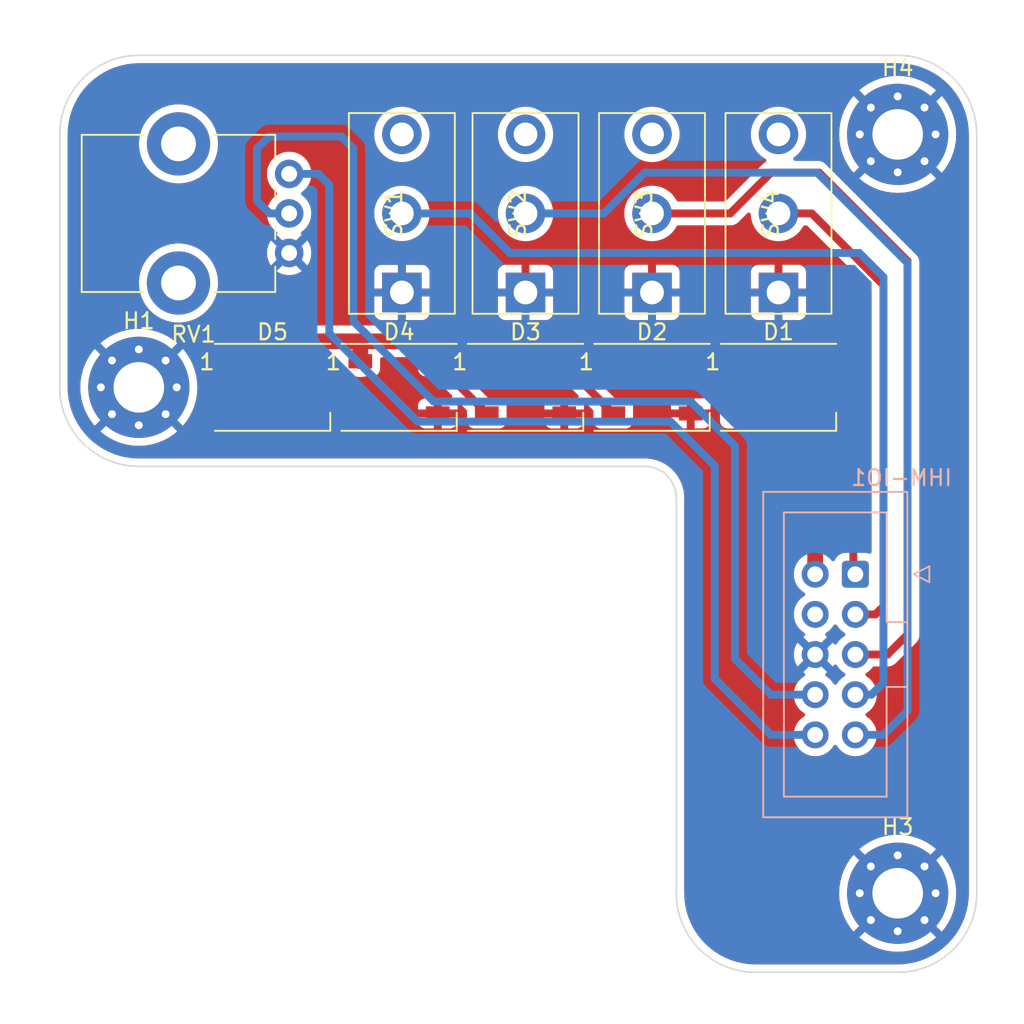
<source format=kicad_pcb>
(kicad_pcb (version 20221018) (generator pcbnew)
  (layers (0 "F.Cu" signal "Front") (31 "B.Cu" signal "Back") (34 "B.Paste" user) (35 "F.Paste" user) (36 "B.SilkS" user "B.Silkscreen") (37 "F.SilkS" user "F.Silkscreen") (38 "B.Mask" user) (39 "F.Mask" user) (44 "Edge.Cuts" user))
  (net 0 "")
  (net 1 "IHM_3")
  (net 2 "+5V")
  (net 3 "IHM_4")
  (net 4 "NEO_PIXEL")
  (net 5 "Detection")
  (net 6 "GND")
  (net 7 "Couleur")
  (net 8 "DAC1")
  (net 9 "+3V3")
  (net 10 "DAC0")
  (net 15 "Net-(D1-DOUT)")
  (net 16 "Net-(D2-DOUT)")
  (net 17 "Net-(D3-DOUT)")
  (net 18 "Net-(D4-DOUT)")
  (footprint "LED_SMD:LED_WS2812B_PLCC4_5.0x5.0mm_P3.2mm" (layer "F.Cu") (at 150.46 88)
    (fp_text reference "D2" (at 0 -3.5) (layer "F.SilkS"))
    (fp_text value "WS2812B")
    (fp_text user "1" (at -4.15 -1.6) (layer "F.SilkS"))
    (fp_line (start -3.65 -2.75) (end 3.65 -2.75) (stroke (width 0.12)) (layer "F.SilkS"))
    (fp_line (start -3.65 2.75) (end 3.65 2.75) (stroke (width 0.12)) (layer "F.SilkS"))
    (fp_line (start 3.65 2.75) (end 3.65 1.6) (stroke (width 0.12)) (layer "F.SilkS"))
    (pad "1" smd rect (at -2.45 -1.65) (size 1.5 0.9) (layers "F.Cu" "F.Paste" "F.Mask") (net 2 "+5V"))
    (pad "2" smd rect (at -2.45 1.65) (size 1.5 0.9) (layers "F.Cu" "F.Paste" "F.Mask") (net 16 "Net-(D2-DOUT)"))
    (pad "3" smd rect (at 2.45 1.65) (size 1.5 0.9) (layers "F.Cu" "F.Paste" "F.Mask") (net 6 "GND"))
    (pad "4" smd rect (at 2.45 -1.65) (size 1.5 0.9) (layers "F.Cu" "F.Paste" "F.Mask") (net 15 "Net-(D1-DOUT)"))
  )
  (footprint "LED_SMD:LED_WS2812B_PLCC4_5.0x5.0mm_P3.2mm" (layer "F.Cu") (at 126.46 88)
    (fp_text reference "D5" (at 0 -3.5) (layer "F.SilkS"))
    (fp_text value "WS2812B")
    (fp_text user "1" (at -4.15 -1.6) (layer "F.SilkS"))
    (fp_line (start -3.65 -2.75) (end 3.65 -2.75) (stroke (width 0.12)) (layer "F.SilkS"))
    (fp_line (start -3.65 2.75) (end 3.65 2.75) (stroke (width 0.12)) (layer "F.SilkS"))
    (fp_line (start 3.65 2.75) (end 3.65 1.6) (stroke (width 0.12)) (layer "F.SilkS"))
    (pad "1" smd rect (at -2.45 -1.65) (size 1.5 0.9) (layers "F.Cu" "F.Paste" "F.Mask") (net 2 "+5V"))
    (pad "2" smd rect (at -2.45 1.65) (size 1.5 0.9) (layers "F.Cu" "F.Paste" "F.Mask"))
    (pad "3" smd rect (at 2.45 1.65) (size 1.5 0.9) (layers "F.Cu" "F.Paste" "F.Mask") (net 6 "GND"))
    (pad "4" smd rect (at 2.45 -1.65) (size 1.5 0.9) (layers "F.Cu" "F.Paste" "F.Mask") (net 18 "Net-(D4-DOUT)"))
  )
  (footprint "footprints:SK-12D10 1P2T" (layer "F.Cu") (at 150.46 77 90)
    (fp_text reference "SW3" (at 0 -0.5 90 unlocked) (layer "F.SilkS"))
    (fp_text value "SW_SPDT")
    (fp_rect (start -6.35 -3.35) (end 6.35 3.35) (stroke (width 0.12)) (fill none) (layer "F.SilkS"))
    (pad "1" thru_hole rect (at -5 0 90) (size 2.5 2.5) (drill 1.5) (layers "*.Cu" "*.Mask") (net 6 "GND"))
    (pad "2" thru_hole circle (at 0 0 90) (size 2.5 2.5) (drill 1.5) (layers "*.Cu" "*.Mask") (net 5 "Detection"))
    (pad "3" thru_hole circle (at 5 0 90) (size 2.5 2.5) (drill 1.5) (layers "*.Cu" "*.Mask"))
  )
  (footprint "MountingHole:MountingHole_3.2mm_M3_Pad_Via" (layer "F.Cu") (at 118 88)
    (fp_text reference "H1" (at 0 -4.2) (layer "F.SilkS"))
    (fp_text value "M3")
    (pad "1" thru_hole circle (at -2.4 0) (size 0.8 0.8) (drill 0.5) (layers "*.Cu" "*.Mask") (net 6 "GND"))
    (pad "1" thru_hole circle (at -1.697056 -1.697056) (size 0.8 0.8) (drill 0.5) (layers "*.Cu" "*.Mask") (net 6 "GND"))
    (pad "1" thru_hole circle (at -1.697056 1.697056) (size 0.8 0.8) (drill 0.5) (layers "*.Cu" "*.Mask") (net 6 "GND"))
    (pad "1" thru_hole circle (at 0 -2.4) (size 0.8 0.8) (drill 0.5) (layers "*.Cu" "*.Mask") (net 6 "GND"))
    (pad "1" thru_hole circle (at 0 0) (size 6.4 6.4) (drill 3.2) (layers "*.Cu" "*.Mask") (net 6 "GND"))
    (pad "1" thru_hole circle (at 0 2.4) (size 0.8 0.8) (drill 0.5) (layers "*.Cu" "*.Mask") (net 6 "GND"))
    (pad "1" thru_hole circle (at 1.697056 -1.697056) (size 0.8 0.8) (drill 0.5) (layers "*.Cu" "*.Mask") (net 6 "GND"))
    (pad "1" thru_hole circle (at 1.697056 1.697056) (size 0.8 0.8) (drill 0.5) (layers "*.Cu" "*.Mask") (net 6 "GND"))
    (pad "1" thru_hole circle (at 2.4 0) (size 0.8 0.8) (drill 0.5) (layers "*.Cu" "*.Mask") (net 6 "GND"))
  )
  (footprint "Potentiometer_THT:Potentiometer_Bourns_PTV09A-1_Single_Vertical" (layer "F.Cu") (at 127.51 74.5 180)
    (fp_text reference "RV1" (at 6.05 -10.15) (layer "F.SilkS"))
    (fp_text value "R_Potentiometer_Small")
    (fp_line (start 0.88 -7.47) (end 0.88 -5.871) (stroke (width 0.12)) (layer "F.SilkS"))
    (fp_line (start 0.88 -7.47) (end 4.745 -7.47) (stroke (width 0.12)) (layer "F.SilkS"))
    (fp_line (start 0.88 -4.129) (end 0.88 -3.37) (stroke (width 0.12)) (layer "F.SilkS"))
    (fp_line (start 0.88 -1.629) (end 0.88 -0.87) (stroke (width 0.12)) (layer "F.SilkS"))
    (fp_line (start 0.88 0.87) (end 0.88 2.47) (stroke (width 0.12)) (layer "F.SilkS"))
    (fp_line (start 0.88 2.47) (end 4.745 2.47) (stroke (width 0.12)) (layer "F.SilkS"))
    (fp_line (start 9.255 -7.47) (end 13.12 -7.47) (stroke (width 0.12)) (layer "F.SilkS"))
    (fp_line (start 9.255 2.47) (end 13.12 2.47) (stroke (width 0.12)) (layer "F.SilkS"))
    (fp_line (start 13.12 -7.47) (end 13.12 2.47) (stroke (width 0.12)) (layer "F.SilkS"))
    (pad "" np_thru_hole circle (at 7 -6.9 180) (size 4 4) (drill 2.2) (layers "*.Cu" "*.Mask"))
    (pad "" np_thru_hole circle (at 7 1.9 180) (size 4 4) (drill 2.2) (layers "*.Cu" "*.Mask"))
    (pad "1" thru_hole circle (at 0 0 180) (size 1.8 1.8) (drill 1) (layers "*.Cu" "*.Mask") (net 9 "+3V3"))
    (pad "2" thru_hole circle (at 0 -2.5 180) (size 1.8 1.8) (drill 1) (layers "*.Cu" "*.Mask") (net 10 "DAC0"))
    (pad "3" thru_hole circle (at 0 -5 180) (size 1.8 1.8) (drill 1) (layers "*.Cu" "*.Mask") (net 6 "GND"))
  )
  (footprint "MountingHole:MountingHole_3.2mm_M3_Pad_Via" (layer "F.Cu") (at 166 72)
    (fp_text reference "H4" (at 0 -4.2) (layer "F.SilkS"))
    (fp_text value "M3")
    (pad "1" thru_hole circle (at -2.4 0) (size 0.8 0.8) (drill 0.5) (layers "*.Cu" "*.Mask") (net 6 "GND"))
    (pad "1" thru_hole circle (at -1.697056 -1.697056) (size 0.8 0.8) (drill 0.5) (layers "*.Cu" "*.Mask") (net 6 "GND"))
    (pad "1" thru_hole circle (at -1.697056 1.697056) (size 0.8 0.8) (drill 0.5) (layers "*.Cu" "*.Mask") (net 6 "GND"))
    (pad "1" thru_hole circle (at 0 -2.4) (size 0.8 0.8) (drill 0.5) (layers "*.Cu" "*.Mask") (net 6 "GND"))
    (pad "1" thru_hole circle (at 0 0) (size 6.4 6.4) (drill 3.2) (layers "*.Cu" "*.Mask") (net 6 "GND"))
    (pad "1" thru_hole circle (at 0 2.4) (size 0.8 0.8) (drill 0.5) (layers "*.Cu" "*.Mask") (net 6 "GND"))
    (pad "1" thru_hole circle (at 1.697056 -1.697056) (size 0.8 0.8) (drill 0.5) (layers "*.Cu" "*.Mask") (net 6 "GND"))
    (pad "1" thru_hole circle (at 1.697056 1.697056) (size 0.8 0.8) (drill 0.5) (layers "*.Cu" "*.Mask") (net 6 "GND"))
    (pad "1" thru_hole circle (at 2.4 0) (size 0.8 0.8) (drill 0.5) (layers "*.Cu" "*.Mask") (net 6 "GND"))
  )
  (footprint "footprints:SK-12D10 1P2T" (layer "F.Cu") (at 158.46 77 90)
    (fp_text reference "SW4" (at 0 -0.5 90 unlocked) (layer "F.SilkS"))
    (fp_text value "SW_SPDT")
    (fp_rect (start -6.35 -3.35) (end 6.35 3.35) (stroke (width 0.12)) (fill none) (layer "F.SilkS"))
    (pad "1" thru_hole rect (at -5 0 90) (size 2.5 2.5) (drill 1.5) (layers "*.Cu" "*.Mask") (net 6 "GND"))
    (pad "2" thru_hole circle (at 0 0 90) (size 2.5 2.5) (drill 1.5) (layers "*.Cu" "*.Mask") (net 7 "Couleur"))
    (pad "3" thru_hole circle (at 5 0 90) (size 2.5 2.5) (drill 1.5) (layers "*.Cu" "*.Mask"))
  )
  (footprint "MountingHole:MountingHole_3.2mm_M3_Pad_Via" (layer "F.Cu") (at 166 120)
    (fp_text reference "H3" (at 0 -4.2) (layer "F.SilkS"))
    (fp_text value "M3")
    (pad "1" thru_hole circle (at -2.4 0) (size 0.8 0.8) (drill 0.5) (layers "*.Cu" "*.Mask") (net 6 "GND"))
    (pad "1" thru_hole circle (at -1.697056 -1.697056) (size 0.8 0.8) (drill 0.5) (layers "*.Cu" "*.Mask") (net 6 "GND"))
    (pad "1" thru_hole circle (at -1.697056 1.697056) (size 0.8 0.8) (drill 0.5) (layers "*.Cu" "*.Mask") (net 6 "GND"))
    (pad "1" thru_hole circle (at 0 -2.4) (size 0.8 0.8) (drill 0.5) (layers "*.Cu" "*.Mask") (net 6 "GND"))
    (pad "1" thru_hole circle (at 0 0) (size 6.4 6.4) (drill 3.2) (layers "*.Cu" "*.Mask") (net 6 "GND"))
    (pad "1" thru_hole circle (at 0 2.4) (size 0.8 0.8) (drill 0.5) (layers "*.Cu" "*.Mask") (net 6 "GND"))
    (pad "1" thru_hole circle (at 1.697056 -1.697056) (size 0.8 0.8) (drill 0.5) (layers "*.Cu" "*.Mask") (net 6 "GND"))
    (pad "1" thru_hole circle (at 1.697056 1.697056) (size 0.8 0.8) (drill 0.5) (layers "*.Cu" "*.Mask") (net 6 "GND"))
    (pad "1" thru_hole circle (at 2.4 0) (size 0.8 0.8) (drill 0.5) (layers "*.Cu" "*.Mask") (net 6 "GND"))
  )
  (footprint "footprints:SK-12D10 1P2T" (layer "F.Cu") (at 142.46 77 90)
    (fp_text reference "SW2" (at 0 -0.5 90 unlocked) (layer "F.SilkS"))
    (fp_text value "SW_SPDT")
    (fp_rect (start -6.35 -3.35) (end 6.35 3.35) (stroke (width 0.12)) (fill none) (layer "F.SilkS"))
    (pad "1" thru_hole rect (at -5 0 90) (size 2.5 2.5) (drill 1.5) (layers "*.Cu" "*.Mask") (net 6 "GND"))
    (pad "2" thru_hole circle (at 0 0 90) (size 2.5 2.5) (drill 1.5) (layers "*.Cu" "*.Mask") (net 3 "IHM_4"))
    (pad "3" thru_hole circle (at 5 0 90) (size 2.5 2.5) (drill 1.5) (layers "*.Cu" "*.Mask"))
  )
  (footprint "LED_SMD:LED_WS2812B_PLCC4_5.0x5.0mm_P3.2mm" (layer "F.Cu") (at 134.46 88)
    (fp_text reference "D4" (at 0 -3.5) (layer "F.SilkS"))
    (fp_text value "WS2812B")
    (fp_text user "1" (at -4.15 -1.6) (layer "F.SilkS"))
    (fp_line (start -3.65 -2.75) (end 3.65 -2.75) (stroke (width 0.12)) (layer "F.SilkS"))
    (fp_line (start -3.65 2.75) (end 3.65 2.75) (stroke (width 0.12)) (layer "F.SilkS"))
    (fp_line (start 3.65 2.75) (end 3.65 1.6) (stroke (width 0.12)) (layer "F.SilkS"))
    (pad "1" smd rect (at -2.45 -1.65) (size 1.5 0.9) (layers "F.Cu" "F.Paste" "F.Mask") (net 2 "+5V"))
    (pad "2" smd rect (at -2.45 1.65) (size 1.5 0.9) (layers "F.Cu" "F.Paste" "F.Mask") (net 18 "Net-(D4-DOUT)"))
    (pad "3" smd rect (at 2.45 1.65) (size 1.5 0.9) (layers "F.Cu" "F.Paste" "F.Mask") (net 6 "GND"))
    (pad "4" smd rect (at 2.45 -1.65) (size 1.5 0.9) (layers "F.Cu" "F.Paste" "F.Mask") (net 17 "Net-(D3-DOUT)"))
  )
  (footprint "LED_SMD:LED_WS2812B_PLCC4_5.0x5.0mm_P3.2mm" (layer "F.Cu") (at 158.46 88)
    (fp_text reference "D1" (at 0 -3.5) (layer "F.SilkS"))
    (fp_text value "WS2812B")
    (fp_text user "1" (at -4.15 -1.6) (layer "F.SilkS"))
    (fp_line (start -3.65 -2.75) (end 3.65 -2.75) (stroke (width 0.12)) (layer "F.SilkS"))
    (fp_line (start -3.65 2.75) (end 3.65 2.75) (stroke (width 0.12)) (layer "F.SilkS"))
    (fp_line (start 3.65 2.75) (end 3.65 1.6) (stroke (width 0.12)) (layer "F.SilkS"))
    (pad "1" smd rect (at -2.45 -1.65) (size 1.5 0.9) (layers "F.Cu" "F.Paste" "F.Mask") (net 2 "+5V"))
    (pad "2" smd rect (at -2.45 1.65) (size 1.5 0.9) (layers "F.Cu" "F.Paste" "F.Mask") (net 15 "Net-(D1-DOUT)"))
    (pad "3" smd rect (at 2.45 1.65) (size 1.5 0.9) (layers "F.Cu" "F.Paste" "F.Mask") (net 6 "GND"))
    (pad "4" smd rect (at 2.45 -1.65) (size 1.5 0.9) (layers "F.Cu" "F.Paste" "F.Mask") (net 4 "NEO_PIXEL"))
  )
  (footprint "footprints:SK-12D10 1P2T" (layer "F.Cu") (at 134.64 77 90)
    (fp_text reference "SW1" (at 0 -0.5 90 unlocked) (layer "F.SilkS"))
    (fp_text value "SW_SPDT")
    (fp_rect (start -6.35 -3.35) (end 6.35 3.35) (stroke (width 0.12)) (fill none) (layer "F.SilkS"))
    (pad "1" thru_hole rect (at -5 0 90) (size 2.5 2.5) (drill 1.5) (layers "*.Cu" "*.Mask") (net 6 "GND"))
    (pad "2" thru_hole circle (at 0 0 90) (size 2.5 2.5) (drill 1.5) (layers "*.Cu" "*.Mask") (net 1 "IHM_3"))
    (pad "3" thru_hole circle (at 5 0 90) (size 2.5 2.5) (drill 1.5) (layers "*.Cu" "*.Mask"))
  )
  (footprint "LED_SMD:LED_WS2812B_PLCC4_5.0x5.0mm_P3.2mm" (layer "F.Cu") (at 142.46 88)
    (fp_text reference "D3" (at 0 -3.5) (layer "F.SilkS"))
    (fp_text value "WS2812B")
    (fp_text user "1" (at -4.15 -1.6) (layer "F.SilkS"))
    (fp_line (start -3.65 -2.75) (end 3.65 -2.75) (stroke (width 0.12)) (layer "F.SilkS"))
    (fp_line (start -3.65 2.75) (end 3.65 2.75) (stroke (width 0.12)) (layer "F.SilkS"))
    (fp_line (start 3.65 2.75) (end 3.65 1.6) (stroke (width 0.12)) (layer "F.SilkS"))
    (pad "1" smd rect (at -2.45 -1.65) (size 1.5 0.9) (layers "F.Cu" "F.Paste" "F.Mask") (net 2 "+5V"))
    (pad "2" smd rect (at -2.45 1.65) (size 1.5 0.9) (layers "F.Cu" "F.Paste" "F.Mask") (net 17 "Net-(D3-DOUT)"))
    (pad "3" smd rect (at 2.45 1.65) (size 1.5 0.9) (layers "F.Cu" "F.Paste" "F.Mask") (net 6 "GND"))
    (pad "4" smd rect (at 2.45 -1.65) (size 1.5 0.9) (layers "F.Cu" "F.Paste" "F.Mask") (net 16 "Net-(D2-DOUT)"))
  )
  (footprint "Connector_IDC:IDC-Header_2x05_P2.54mm_Vertical" (layer "B.Cu") (at 163.322 99.822 180)
    (fp_text reference "IHM-IO1" (at -2.92 6.1) (layer "B.SilkS") (effects (justify mirror)))
    (fp_text value "Conn_02x05_Odd_Even")
    (fp_line (start -4.68 -0.5) (end -3.68 0) (stroke (width 0.12)) (layer "B.SilkS"))
    (fp_line (start -4.68 0.5) (end -4.68 -0.5) (stroke (width 0.12)) (layer "B.SilkS"))
    (fp_line (start -3.68 0) (end -4.68 0.5) (stroke (width 0.12)) (layer "B.SilkS"))
    (fp_line (start -3.29 -15.37) (end -3.29 5.21) (stroke (width 0.12)) (layer "B.SilkS"))
    (fp_line (start -3.29 -3.03) (end -1.98 -3.03) (stroke (width 0.12)) (layer "B.SilkS"))
    (fp_line (start -3.29 5.21) (end 5.83 5.21) (stroke (width 0.12)) (layer "B.SilkS"))
    (fp_line (start -1.98 -14.07) (end -1.98 -7.13) (stroke (width 0.12)) (layer "B.SilkS"))
    (fp_line (start -1.98 -7.13) (end -3.29 -7.13) (stroke (width 0.12)) (layer "B.SilkS"))
    (fp_line (start -1.98 -7.13) (end -1.98 -7.13) (stroke (width 0.12)) (layer "B.SilkS"))
    (fp_line (start -1.98 -3.03) (end -1.98 3.91) (stroke (width 0.12)) (layer "B.SilkS"))
    (fp_line (start -1.98 3.91) (end 4.52 3.91) (stroke (width 0.12)) (layer "B.SilkS"))
    (fp_line (start 4.52 -14.07) (end -1.98 -14.07) (stroke (width 0.12)) (layer "B.SilkS"))
    (fp_line (start 4.52 3.91) (end 4.52 -14.07) (stroke (width 0.12)) (layer "B.SilkS"))
    (fp_line (start 5.83 -15.37) (end -3.29 -15.37) (stroke (width 0.12)) (layer "B.SilkS"))
    (fp_line (start 5.83 5.21) (end 5.83 -15.37) (stroke (width 0.12)) (layer "B.SilkS"))
    (pad "1" thru_hole roundrect (at 0 0 180) (size 1.7 1.7) (drill 1) (layers "*.Cu" "*.Mask") (roundrect_rratio 0.147059) (net 4 "NEO_PIXEL"))
    (pad "2" thru_hole circle (at 2.54 0 180) (size 1.7 1.7) (drill 1) (layers "*.Cu" "*.Mask") (net 2 "+5V"))
    (pad "3" thru_hole circle (at 0 -2.54 180) (size 1.7 1.7) (drill 1) (layers "*.Cu" "*.Mask") (net 7 "Couleur"))
    (pad "4" thru_hole circle (at 2.54 -2.54 180) (size 1.7 1.7) (drill 1) (layers "*.Cu" "*.Mask") (net 8 "DAC1"))
    (pad "5" thru_hole circle (at 0 -5.08 180) (size 1.7 1.7) (drill 1) (layers "*.Cu" "*.Mask") (net 5 "Detection"))
    (pad "6" thru_hole circle (at 2.54 -5.08 180) (size 1.7 1.7) (drill 1) (layers "*.Cu" "*.Mask") (net 6 "GND"))
    (pad "7" thru_hole circle (at 0 -7.62 180) (size 1.7 1.7) (drill 1) (layers "*.Cu" "*.Mask") (net 1 "IHM_3"))
    (pad "8" thru_hole circle (at 2.54 -7.62 180) (size 1.7 1.7) (drill 1) (layers "*.Cu" "*.Mask") (net 10 "DAC0"))
    (pad "9" thru_hole circle (at 0 -10.16 180) (size 1.7 1.7) (drill 1) (layers "*.Cu" "*.Mask") (net 3 "IHM_4"))
    (pad "10" thru_hole circle (at 2.54 -10.16 180) (size 1.7 1.7) (drill 1) (layers "*.Cu" "*.Mask") (net 9 "+3V3"))
  )
  (gr_line (start 166 125) (end 157 125) (stroke (width 0.1)) (layer "Edge.Cuts"))
  (gr_arc (start 118 93) (mid 114.464466 91.535534) (end 113 88) (stroke (width 0.1)) (layer "Edge.Cuts"))
  (gr_arc (start 157 125) (mid 153.464466 123.535534) (end 152 120) (stroke (width 0.1)) (layer "Edge.Cuts"))
  (gr_line (start 150 93) (end 118 93) (stroke (width 0.1)) (layer "Edge.Cuts"))
  (gr_line (start 118 67) (end 166 67) (stroke (width 0.1)) (layer "Edge.Cuts"))
  (gr_line (start 152 120) (end 152 95) (stroke (width 0.1)) (layer "Edge.Cuts"))
  (gr_line (start 113 72) (end 113 88) (stroke (width 0.1)) (layer "Edge.Cuts"))
  (gr_arc (start 166 67) (mid 169.535534 68.464466) (end 171 72) (stroke (width 0.1)) (layer "Edge.Cuts"))
  (gr_arc (start 171 120) (mid 169.535534 123.535534) (end 166 125) (stroke (width 0.1)) (layer "Edge.Cuts"))
  (gr_arc (start 150 93) (mid 151.414214 93.585786) (end 152 95) (stroke (width 0.1)) (layer "Edge.Cuts"))
  (gr_arc (start 113 72) (mid 114.464466 68.464466) (end 118 67) (stroke (width 0.1)) (layer "Edge.Cuts"))
  (gr_line (start 171 72) (end 171 120) (stroke (width 0.1)) (layer "Edge.Cuts"))
  (segment (start 141.478 79.502) (end 163.576 79.502) (width 0.5) (layer "B.Cu") (net 1))
  (segment (start 138.976 77) (end 141.478 79.502) (width 0.5) (layer "B.Cu") (net 1))
  (segment (start 164.338 107.442) (end 163.322 107.442) (width 0.5) (layer "B.Cu") (net 1))
  (segment (start 165.1 81.026) (end 165.1 106.68) (width 0.5) (layer "B.Cu") (net 1))
  (segment (start 163.576 79.502) (end 165.1 81.026) (width 0.5) (layer "B.Cu") (net 1))
  (segment (start 165.1 106.68) (end 164.338 107.442) (width 0.5) (layer "B.Cu") (net 1))
  (segment (start 134.64 77) (end 138.976 77) (width 0.5) (layer "B.Cu") (net 1))
  (segment (start 155.575 85.09) (end 156.01 85.525) (width 1) (layer "F.Cu") (net 2))
  (segment (start 132.01 86.35) (end 132.01 85.16) (width 1) (layer "F.Cu") (net 2))
  (segment (start 124.01 86.175) (end 125.095 85.09) (width 1) (layer "F.Cu") (net 2))
  (segment (start 124.01 86.35) (end 124.01 86.175) (width 1) (layer "F.Cu") (net 2))
  (segment (start 140.01 85.415) (end 140.335 85.09) (width 1) (layer "F.Cu") (net 2))
  (segment (start 140.335 85.09) (end 147.955 85.09) (width 1) (layer "F.Cu") (net 2))
  (segment (start 148.01 86.35) (end 148.01 85.145) (width 1) (layer "F.Cu") (net 2))
  (segment (start 132.08 85.09) (end 140.335 85.09) (width 1) (layer "F.Cu") (net 2))
  (segment (start 160.782 92.12) (end 160.782 99.822) (width 1) (layer "F.Cu") (net 2))
  (segment (start 132.01 85.16) (end 132.08 85.09) (width 1) (layer "F.Cu") (net 2))
  (segment (start 148.01 85.145) (end 147.955 85.09) (width 1) (layer "F.Cu") (net 2))
  (segment (start 156.01 85.525) (end 156.01 86.35) (width 1) (layer "F.Cu") (net 2))
  (segment (start 147.955 85.09) (end 155.575 85.09) (width 1) (layer "F.Cu") (net 2))
  (segment (start 125.095 85.09) (end 132.08 85.09) (width 1) (layer "F.Cu") (net 2))
  (segment (start 140.01 86.35) (end 140.01 85.415) (width 1) (layer "F.Cu") (net 2))
  (segment (start 156.01 87.348) (end 160.782 92.12) (width 1) (layer "F.Cu") (net 2))
  (segment (start 156.01 86.35) (end 156.01 87.348) (width 1) (layer "F.Cu") (net 2))
  (segment (start 149.987 74.422) (end 160.909 74.422) (width 0.5) (layer "B.Cu") (net 3))
  (segment (start 160.909 74.422) (end 166.624 80.137) (width 0.5) (layer "B.Cu") (net 3))
  (segment (start 166.624 80.137) (end 166.624 108.458) (width 0.5) (layer "B.Cu") (net 3))
  (segment (start 165.1 109.982) (end 163.322 109.982) (width 0.5) (layer "B.Cu") (net 3))
  (segment (start 147.409 77) (end 149.987 74.422) (width 0.5) (layer "B.Cu") (net 3))
  (segment (start 142.46 77) (end 147.409 77) (width 0.5) (layer "B.Cu") (net 3))
  (segment (start 166.624 108.458) (end 165.1 109.982) (width 0.5) (layer "B.Cu") (net 3))
  (segment (start 163.195 86.995) (end 163.195 99.695) (width 0.5) (layer "F.Cu") (net 4))
  (segment (start 162.55 86.35) (end 163.195 86.995) (width 0.5) (layer "F.Cu") (net 4))
  (segment (start 163.195 99.695) (end 163.322 99.822) (width 0.5) (layer "F.Cu") (net 4))
  (segment (start 160.91 86.35) (end 162.55 86.35) (width 0.5) (layer "F.Cu") (net 4))
  (segment (start 166.624 80.01) (end 166.624 103.632) (width 0.5) (layer "F.Cu") (net 5))
  (segment (start 157.988 74.422) (end 161.036 74.422) (width 0.5) (layer "F.Cu") (net 5))
  (segment (start 155.41 77) (end 157.988 74.422) (width 0.5) (layer "F.Cu") (net 5))
  (segment (start 150.46 77) (end 155.41 77) (width 0.5) (layer "F.Cu") (net 5))
  (segment (start 165.354 104.902) (end 163.322 104.902) (width 0.5) (layer "F.Cu") (net 5))
  (segment (start 161.036 74.422) (end 166.624 80.01) (width 0.5) (layer "F.Cu") (net 5))
  (segment (start 166.624 103.632) (end 165.354 104.902) (width 0.5) (layer "F.Cu") (net 5))
  (segment (start 160.566 77) (end 165.1 81.534) (width 0.5) (layer "F.Cu") (net 7))
  (segment (start 158.46 77) (end 160.566 77) (width 0.5) (layer "F.Cu") (net 7))
  (segment (start 164.592 102.362) (end 163.322 102.362) (width 0.5) (layer "F.Cu") (net 7))
  (segment (start 165.1 81.534) (end 165.1 101.854) (width 0.5) (layer "F.Cu") (net 7))
  (segment (start 165.1 101.854) (end 164.592 102.362) (width 0.5) (layer "F.Cu") (net 7))
  (segment (start 157.988 109.982) (end 160.782 109.982) (width 0.5) (layer "B.Cu") (net 9))
  (segment (start 130.048 84.582) (end 135.636 90.17) (width 0.5) (layer "B.Cu") (net 9))
  (segment (start 130.048 75.184) (end 130.048 84.582) (width 0.5) (layer "B.Cu") (net 9))
  (segment (start 154.432 92.964) (end 154.432 106.426) (width 0.5) (layer "B.Cu") (net 9))
  (segment (start 154.432 106.426) (end 157.988 109.982) (width 0.5) (layer "B.Cu") (net 9))
  (segment (start 127.51 74.5) (end 129.364 74.5) (width 0.5) (layer "B.Cu") (net 9))
  (segment (start 151.638 90.17) (end 154.432 92.964) (width 0.5) (layer "B.Cu") (net 9))
  (segment (start 129.364 74.5) (end 130.048 75.184) (width 0.5) (layer "B.Cu") (net 9))
  (segment (start 135.636 90.17) (end 151.638 90.17) (width 0.5) (layer "B.Cu") (net 9))
  (segment (start 126.238 72.136) (end 130.81 72.136) (width 0.5) (layer "B.Cu") (net 10))
  (segment (start 152.908 88.9) (end 155.702 91.694) (width 0.5) (layer "B.Cu") (net 10))
  (segment (start 136.652 88.9) (end 152.908 88.9) (width 0.5) (layer "B.Cu") (net 10))
  (segment (start 155.702 91.694) (end 155.702 105.156) (width 0.5) (layer "B.Cu") (net 10))
  (segment (start 155.702 105.156) (end 157.988 107.442) (width 0.5) (layer "B.Cu") (net 10))
  (segment (start 125.476 72.898) (end 126.238 72.136) (width 0.5) (layer "B.Cu") (net 10))
  (segment (start 125.476 76.2) (end 125.476 72.898) (width 0.5) (layer "B.Cu") (net 10))
  (segment (start 157.988 107.442) (end 160.782 107.442) (width 0.5) (layer "B.Cu") (net 10))
  (segment (start 130.81 72.136) (end 131.572 72.898) (width 0.5) (layer "B.Cu") (net 10))
  (segment (start 131.572 72.898) (end 131.572 83.82) (width 0.5) (layer "B.Cu") (net 10))
  (segment (start 127.51 77) (end 126.276 77) (width 0.5) (layer "B.Cu") (net 10))
  (segment (start 126.276 77) (end 125.476 76.2) (width 0.5) (layer "B.Cu") (net 10))
  (segment (start 131.572 83.82) (end 136.652 88.9) (width 0.5) (layer "B.Cu") (net 10))
  (segment (start 152.91 86.55) (end 156.01 89.65) (width 0.5) (layer "F.Cu") (net 15))
  (segment (start 152.91 86.35) (end 152.91 86.55) (width 0.5) (layer "F.Cu") (net 15))
  (segment (start 144.91 86.35) (end 144.91 86.55) (width 0.5) (layer "F.Cu") (net 16))
  (segment (start 144.91 86.55) (end 148.01 89.65) (width 0.5) (layer "F.Cu") (net 16))
  (segment (start 136.91 86.55) (end 140.01 89.65) (width 0.5) (layer "F.Cu") (net 17))
  (segment (start 136.91 86.35) (end 136.91 86.55) (width 0.5) (layer "F.Cu") (net 17))
  (segment (start 128.91 86.55) (end 132.01 89.65) (width 0.5) (layer "F.Cu") (net 18))
  (segment (start 128.91 86.35) (end 128.91 86.55) (width 0.5) (layer "F.Cu") (net 18))
  (zone (net 6) (net_name "GND") (layer "F.Cu") (priority 1) (connect_pads (clearance 0.5)) (min_thickness 0.25) (fill yes (thermal_gap 0.5) (thermal_bridge_width 0.5))
    (polygon (pts (xy 109.22 63.5) (xy 173.99 63.5) (xy 173.99 128.27) (xy 109.22 128.27)))
  )
  (zone (net 6) (net_name "GND") (layer "B.Cu") (connect_pads (clearance 0.5)) (min_thickness 0.25) (fill yes (thermal_gap 0.5) (thermal_bridge_width 0.5))
    (polygon (pts (xy 110.49 64.77) (xy 172.72 64.77) (xy 172.72 127) (xy 110.49 127)))
  )
)
</source>
